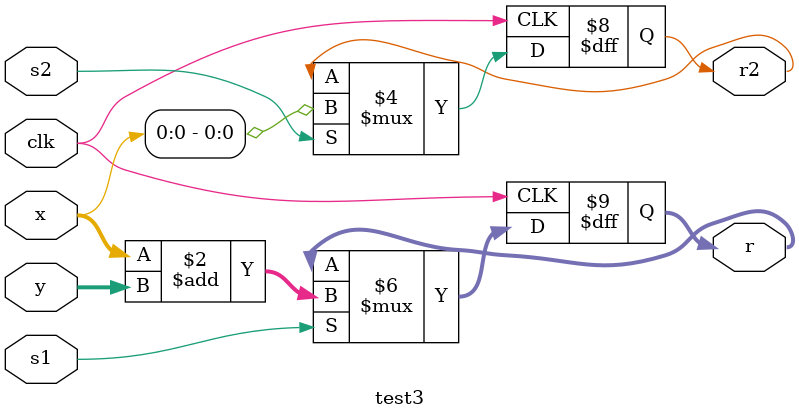
<source format=v>

`timescale 1ns/1ns




module test3  (input [3:0] x, y, input s1,s2, input clk, output [3:0] r, output r2);
	reg [3:0] r;
	reg r2;
	always @(posedge clk)
		if(s1) r <= x + y;
		
		
	always @(posedge clk)
		if(s2) r2 <= x[0];
		
endmodule



</source>
